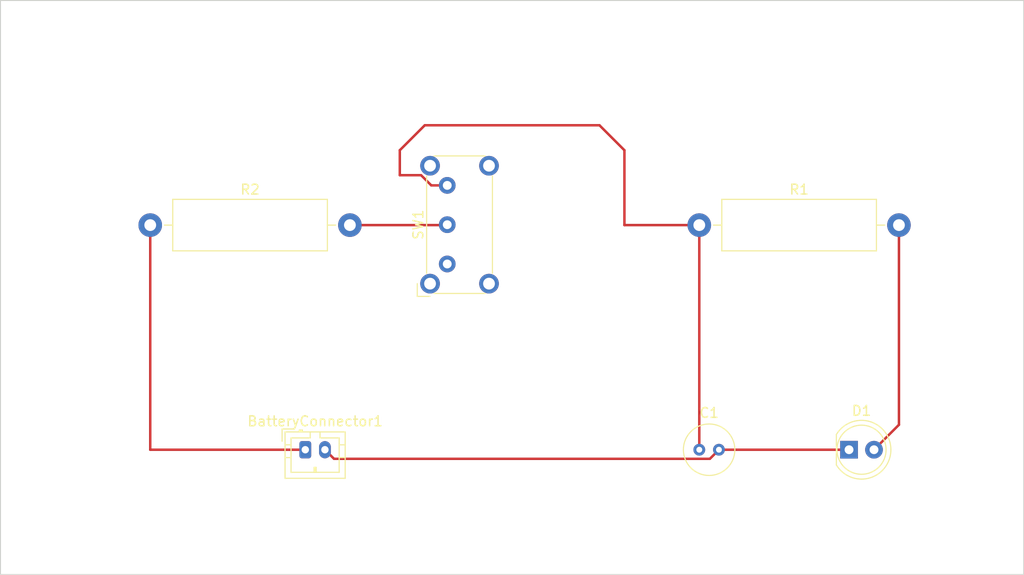
<source format=kicad_pcb>
(kicad_pcb (version 20211014) (generator pcbnew)
  (layers (0 "F.Cu" signal) (31 "B.Cu" signal) (34 "B.Paste" user) (35 "F.Paste" user) (36 "B.SilkS" user "B.Silkscreen") (37 "F.SilkS" user "F.Silkscreen") (38 "B.Mask" user) (39 "F.Mask" user) (44 "Edge.Cuts" user))
  (net 0 "")
  (net 1 "Net-(BatteryConnector1-Pad1)")
  (net 2 "Net-(BatteryConnector1-Pad2)")
  (net 3 "Net-(C1-Pad1)")
  (net 4 "Net-(D1-Pad2)")
  (net 5 "Net-(R2-Pad2)")
  (footprint "Capacitor_THT:C_Radial_D5.0mm_H5.0mm_P2.00mm" (layer "F.Cu") (at 175.26 96.52)
    (fp_text reference "C1" (at 1 -3.75) (layer "F.SilkS"))
    (fp_text value "4.7uF")
    (fp_circle (center 1 0) (end 3.62 0) (layer "F.SilkS") (width 0.12) (fill none))
    (pad "1" thru_hole circle (at 0 0) (size 1.2 1.2) (drill 0.6) (layers *.Cu *.Mask) (net 3 "Net-(C1-Pad1)"))
    (pad "2" thru_hole circle (at 2 0) (size 1.2 1.2) (drill 0.6) (layers *.Cu *.Mask) (net 2 "Net-(BatteryConnector1-Pad2)"))
  )
  (footprint "LED_THT:LED_D5.0mm" (layer "F.Cu") (at 190.5 96.52)
    (fp_text reference "D1" (at 1.27 -3.96) (layer "F.SilkS"))
    (fp_text value "LED")
    (fp_line (start -1.29 -1.545) (end -1.29 1.545) (layer "F.SilkS") (width 0.12))
    (fp_arc (start -1.29 -1.54483) (mid 2.072002 -2.880433) (end 4.26 0.000462) (layer "F.SilkS") (width 0.12))
    (fp_arc (start 4.26 -0.000462) (mid 2.072002 2.880433) (end -1.29 1.54483) (layer "F.SilkS") (width 0.12))
    (fp_circle (center 1.27 0) (end 3.77 0) (layer "F.SilkS") (width 0.12) (fill none))
    (pad "1" thru_hole rect (at 0 0) (size 1.8 1.8) (drill 0.9) (layers *.Cu *.Mask) (net 2 "Net-(BatteryConnector1-Pad2)"))
    (pad "2" thru_hole circle (at 2.54 0) (size 1.8 1.8) (drill 0.9) (layers *.Cu *.Mask) (net 4 "Net-(D1-Pad2)"))
  )
  (footprint "Resistor_THT:R_Axial_DIN0516_L15.5mm_D5.0mm_P20.32mm_Horizontal" (layer "F.Cu") (at 119.38 73.66)
    (fp_text reference "R2" (at 10.16 -3.62) (layer "F.SilkS"))
    (fp_text value "2.2k")
    (fp_line (start 18.03 2.62) (end 18.03 -2.62) (layer "F.SilkS") (width 0.12))
    (fp_line (start 2.29 2.62) (end 18.03 2.62) (layer "F.SilkS") (width 0.12))
    (fp_line (start 2.29 -2.62) (end 2.29 2.62) (layer "F.SilkS") (width 0.12))
    (fp_line (start 18.88 0) (end 18.03 0) (layer "F.SilkS") (width 0.12))
    (fp_line (start 18.03 -2.62) (end 2.29 -2.62) (layer "F.SilkS") (width 0.12))
    (fp_line (start 1.44 0) (end 2.29 0) (layer "F.SilkS") (width 0.12))
    (pad "1" thru_hole circle (at 0 0) (size 2.4 2.4) (drill 1.2) (layers *.Cu *.Mask) (net 1 "Net-(BatteryConnector1-Pad1)"))
    (pad "2" thru_hole oval (at 20.32 0) (size 2.4 2.4) (drill 1.2) (layers *.Cu *.Mask) (net 5 "Net-(R2-Pad2)"))
  )
  (footprint "Connector_JST:JST_PH_B2B-PH-K_1x02_P2.00mm_Vertical" (layer "F.Cu") (at 135.16 96.52)
    (fp_text reference "BatteryConnector1" (at 1 -2.9) (layer "F.SilkS"))
    (fp_text value "9V")
    (fp_line (start -0.3 -1.81) (end -0.3 -2.01) (layer "F.SilkS") (width 0.12))
    (fp_line (start 4.06 -0.5) (end 3.45 -0.5) (layer "F.SilkS") (width 0.12))
    (fp_line (start -2.36 -2.11) (end -2.36 -0.86) (layer "F.SilkS") (width 0.12))
    (fp_line (start 0.9 1.8) (end 1.1 1.8) (layer "F.SilkS") (width 0.12))
    (fp_line (start -2.06 -1.81) (end -2.06 2.91) (layer "F.SilkS") (width 0.12))
    (fp_line (start -1.11 -2.11) (end -2.36 -2.11) (layer "F.SilkS") (width 0.12))
    (fp_line (start 1.5 -1.2) (end 1.5 -1.81) (layer "F.SilkS") (width 0.12))
    (fp_line (start -2.06 2.91) (end 4.06 2.91) (layer "F.SilkS") (width 0.12))
    (fp_line (start 1 2.3) (end 1 1.8) (layer "F.SilkS") (width 0.12))
    (fp_line (start -1.45 -1.2) (end -1.45 2.3) (layer "F.SilkS") (width 0.12))
    (fp_line (start -0.3 -1.91) (end -0.6 -1.91) (layer "F.SilkS") (width 0.12))
    (fp_line (start 0.5 -1.81) (end 0.5 -1.2) (layer "F.SilkS") (width 0.12))
    (fp_line (start 4.06 -1.81) (end -2.06 -1.81) (layer "F.SilkS") (width 0.12))
    (fp_line (start 3.45 -1.2) (end 1.5 -1.2) (layer "F.SilkS") (width 0.12))
    (fp_line (start 4.06 2.91) (end 4.06 -1.81) (layer "F.SilkS") (width 0.12))
    (fp_line (start -0.3 -2.01) (end -0.6 -2.01) (layer "F.SilkS") (width 0.12))
    (fp_line (start 4.06 0.8) (end 3.45 0.8) (layer "F.SilkS") (width 0.12))
    (fp_line (start 3.45 2.3) (end 3.45 -1.2) (layer "F.SilkS") (width 0.12))
    (fp_line (start 0.5 -1.2) (end -1.45 -1.2) (layer "F.SilkS") (width 0.12))
    (fp_line (start -1.45 2.3) (end 3.45 2.3) (layer "F.SilkS") (width 0.12))
    (fp_line (start -0.6 -2.01) (end -0.6 -1.81) (layer "F.SilkS") (width 0.12))
    (fp_line (start -2.06 0.8) (end -1.45 0.8) (layer "F.SilkS") (width 0.12))
    (fp_line (start -2.06 -0.5) (end -1.45 -0.5) (layer "F.SilkS") (width 0.12))
    (fp_line (start 0.9 2.3) (end 0.9 1.8) (layer "F.SilkS") (width 0.12))
    (fp_line (start 1.1 1.8) (end 1.1 2.3) (layer "F.SilkS") (width 0.12))
    (pad "1" thru_hole roundrect (at 0 0) (size 1.2 1.75) (drill 0.75) (layers *.Cu *.Mask) (roundrect_rratio 0.208333) (net 1 "Net-(BatteryConnector1-Pad1)"))
    (pad "2" thru_hole oval (at 2 0) (size 1.2 1.75) (drill 0.75) (layers *.Cu *.Mask) (net 2 "Net-(BatteryConnector1-Pad2)"))
  )
  (footprint "Button_Switch_THT:SW_E-Switch_EG1224_SPDT_Angled" (layer "F.Cu") (at 149.6075 77.6175 90)
    (fp_text reference "SW1" (at 4 -2.95 90) (layer "F.SilkS"))
    (fp_text value "SW_SPDT")
    (fp_line (start -3.3 -1.75) (end -3.3 -3.05) (layer "F.SilkS") (width 0.12))
    (fp_line (start 11 -1.35) (end 11 3.85) (layer "F.SilkS") (width 0.12))
    (fp_line (start -3.3 -3.05) (end -2 -3.05) (layer "F.SilkS") (width 0.12))
    (fp_line (start 8.95 4.6) (end -0.95 4.6) (layer "F.SilkS") (width 0.12))
    (fp_line (start -3 3.85) (end -3 -1.35) (layer "F.SilkS") (width 0.12))
    (fp_line (start -0.95 -2.1) (end 8.95 -2.1) (layer "F.SilkS") (width 0.12))
    (pad "" thru_hole circle (at 10 4.25 90) (size 2 2) (drill 1.2) (layers *.Cu *.Mask))
    (pad "" thru_hole circle (at -2 4.25 90) (size 2 2) (drill 1.2) (layers *.Cu *.Mask))
    (pad "" thru_hole circle (at 10 -1.75 90) (size 2 2) (drill 1.2) (layers *.Cu *.Mask))
    (pad "" thru_hole circle (at -2 -1.75 90) (size 2 2) (drill 1.2) (layers *.Cu *.Mask))
    (pad "1" thru_hole circle (at 0 0 90) (size 1.7 1.7) (drill 0.9) (layers *.Cu *.Mask))
    (pad "2" thru_hole circle (at 4 0 90) (size 1.7 1.7) (drill 0.9) (layers *.Cu *.Mask) (net 5 "Net-(R2-Pad2)"))
    (pad "3" thru_hole circle (at 8 0 90) (size 1.7 1.7) (drill 0.9) (layers *.Cu *.Mask) (net 3 "Net-(C1-Pad1)"))
  )
  (footprint "Resistor_THT:R_Axial_DIN0516_L15.5mm_D5.0mm_P20.32mm_Horizontal" (layer "F.Cu") (at 175.26 73.66)
    (fp_text reference "R1" (at 10.16 -3.62) (layer "F.SilkS"))
    (fp_text value "20k")
    (fp_line (start 18.88 0) (end 18.03 0) (layer "F.SilkS") (width 0.12))
    (fp_line (start 2.29 -2.62) (end 2.29 2.62) (layer "F.SilkS") (width 0.12))
    (fp_line (start 2.29 2.62) (end 18.03 2.62) (layer "F.SilkS") (width 0.12))
    (fp_line (start 18.03 2.62) (end 18.03 -2.62) (layer "F.SilkS") (width 0.12))
    (fp_line (start 18.03 -2.62) (end 2.29 -2.62) (layer "F.SilkS") (width 0.12))
    (fp_line (start 1.44 0) (end 2.29 0) (layer "F.SilkS") (width 0.12))
    (pad "1" thru_hole circle (at 0 0) (size 2.4 2.4) (drill 1.2) (layers *.Cu *.Mask) (net 3 "Net-(C1-Pad1)"))
    (pad "2" thru_hole oval (at 20.32 0) (size 2.4 2.4) (drill 1.2) (layers *.Cu *.Mask) (net 4 "Net-(D1-Pad2)"))
  )
  (gr_rect (start 208.28 109.22) (end 104.14 50.8) (layer "Edge.Cuts") (width 0.1) (fill none))
  (segment (start 135.16 96.52) (end 119.38 96.52) (width 0.25) (layer "F.Cu") (net 1))
  (segment (start 119.38 96.52) (end 119.38 73.66) (width 0.25) (layer "F.Cu") (net 1))
  (segment (start 176.335 97.445) (end 177.26 96.52) (width 0.25) (layer "F.Cu") (net 2))
  (segment (start 190.5 96.52) (end 177.26 96.52) (width 0.25) (layer "F.Cu") (net 2))
  (segment (start 137.16 96.52) (end 138.085 97.445) (width 0.25) (layer "F.Cu") (net 2))
  (segment (start 138.085 97.445) (end 176.335 97.445) (width 0.25) (layer "F.Cu") (net 2))
  (segment (start 165.1 63.5) (end 167.64 66.04) (width 0.25) (layer "F.Cu") (net 3))
  (segment (start 144.78 66.04) (end 147.32 63.5) (width 0.25) (layer "F.Cu") (net 3))
  (segment (start 146.946167 68.58) (end 144.78 68.58) (width 0.25) (layer "F.Cu") (net 3))
  (segment (start 144.78 68.58) (end 144.78 66.04) (width 0.25) (layer "F.Cu") (net 3))
  (segment (start 147.32 63.5) (end 165.1 63.5) (width 0.25) (layer "F.Cu") (net 3))
  (segment (start 167.64 73.66) (end 175.26 73.66) (width 0.25) (layer "F.Cu") (net 3))
  (segment (start 147.983667 69.6175) (end 146.946167 68.58) (width 0.25) (layer "F.Cu") (net 3))
  (segment (start 167.64 66.04) (end 167.64 73.66) (width 0.25) (layer "F.Cu") (net 3))
  (segment (start 175.26 96.52) (end 175.26 73.66) (width 0.25) (layer "F.Cu") (net 3))
  (segment (start 149.6075 69.6175) (end 147.983667 69.6175) (width 0.25) (layer "F.Cu") (net 3))
  (segment (start 195.58 73.66) (end 195.58 93.98) (width 0.25) (layer "F.Cu") (net 4))
  (segment (start 195.58 93.98) (end 193.04 96.52) (width 0.25) (layer "F.Cu") (net 4))
  (segment (start 139.7 73.66) (end 149.565 73.66) (width 0.25) (layer "F.Cu") (net 5))
  (segment (start 149.565 73.66) (end 149.6075 73.6175) (width 0.25) (layer "F.Cu") (net 5))
)
</source>
